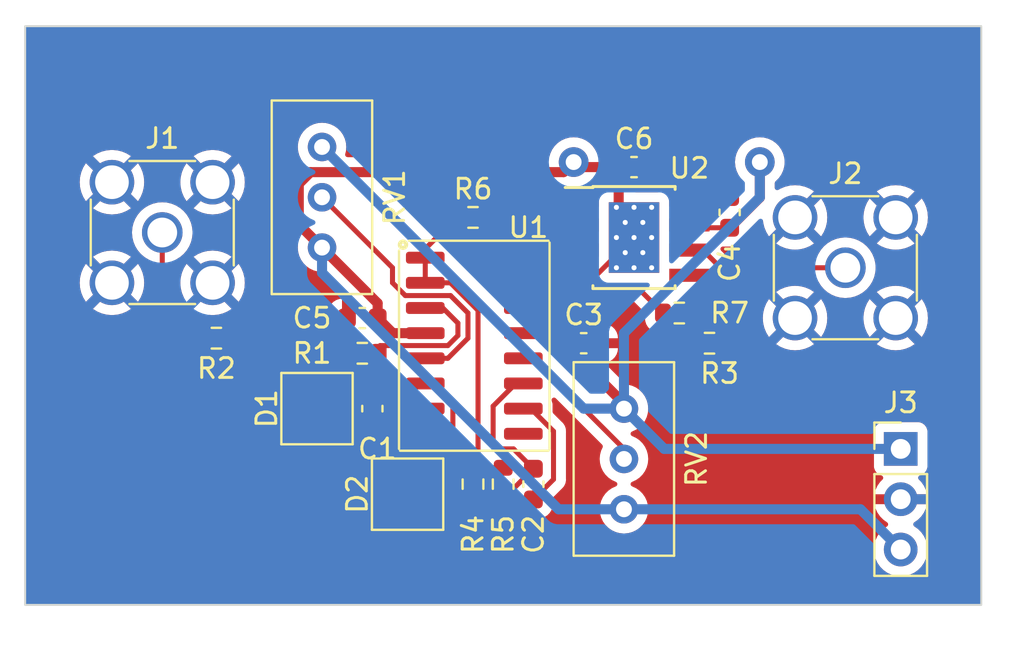
<source format=kicad_pcb>
(kicad_pcb (version 20221018) (generator pcbnew)
  (layers (0 "F.Cu" signal) (31 "B.Cu" signal) (34 "B.Paste" user) (35 "F.Paste" user) (36 "B.SilkS" user "B.Silkscreen") (37 "F.SilkS" user "F.Silkscreen") (38 "B.Mask" user) (39 "F.Mask" user) (44 "Edge.Cuts" user))
  (net 0 "")
  (net 1 "VIN")
  (net 2 "GND")
  (net 3 "Net-(J2-In)")
  (net 4 "Net-(U1A--)")
  (net 5 "Net-(U1D--)")
  (net 6 "VOUT")
  (net 7 "-12V")
  (net 8 "VCLAMPN")
  (net 9 "+12V")
  (net 10 "VCLAMPP")
  (net 13 "Net-(U1B--)")
  (net 14 "Net-(C1-Pad2)")
  (net 15 "Net-(U1C--)")
  (net 16 "Net-(C2-Pad2)")
  (net 17 "Net-(U1A-+)")
  (net 18 "Net-(U2-IN)")
  (footprint "Capacitor_SMD:C_0603_1608Metric" (layer "F.Cu") (at 42.164 29.972)
    (fp_text reference "C3" (at 0 -1.43) (layer "F.SilkS"))
    (fp_text value "10n")
    (fp_line (start -0.14058 -0.51) (end 0.14058 -0.51) (stroke (width 0.12)) (layer "F.SilkS"))
    (fp_line (start -0.14058 0.51) (end 0.14058 0.51) (stroke (width 0.12)) (layer "F.SilkS"))
    (pad "1" smd roundrect (at -0.775 0) (size 0.9 0.95) (layers "F.Cu" "F.Paste" "F.Mask") (net 9 "+12V"))
    (pad "2" smd roundrect (at 0.775 0) (size 0.9 0.95) (layers "F.Cu" "F.Paste" "F.Mask") (net 2 "GND"))
  )
  (footprint "Resistor_SMD:R_0603_1608Metric" (layer "F.Cu") (at 23.622 29.718)
    (fp_text reference "R2" (at 0 1.524) (layer "F.SilkS"))
    (fp_text value "50")
    (fp_line (start -0.237258 -0.5225) (end 0.237258 -0.5225) (stroke (width 0.12)) (layer "F.SilkS"))
    (fp_line (start -0.237258 0.5225) (end 0.237258 0.5225) (stroke (width 0.12)) (layer "F.SilkS"))
    (pad "1" smd roundrect (at -0.825 0) (size 0.8 0.95) (layers "F.Cu" "F.Paste" "F.Mask") (net 1 "VIN"))
    (pad "2" smd roundrect (at 0.825 0) (size 0.8 0.95) (layers "F.Cu" "F.Paste" "F.Mask") (net 2 "GND"))
  )
  (footprint "Potentiometer_THT:Potentiometer_Bourns_3296W_Vertical" (layer "F.Cu") (at 28.956 25.146 -90)
    (fp_text reference "RV1" (at -2.54 -3.66 90) (layer "F.SilkS"))
    (fp_text value "PV36W103C01B00")
    (fp_line (start -7.425 -2.53) (end -7.425 2.54) (stroke (width 0.12)) (layer "F.SilkS"))
    (fp_line (start -7.425 -2.53) (end 2.345 -2.53) (stroke (width 0.12)) (layer "F.SilkS"))
    (fp_line (start -7.425 2.54) (end 2.345 2.54) (stroke (width 0.12)) (layer "F.SilkS"))
    (fp_line (start 2.345 -2.53) (end 2.345 2.54) (stroke (width 0.12)) (layer "F.SilkS"))
    (pad "1" thru_hole circle (at 0 0 270) (size 1.44 1.44) (drill 0.8) (layers "*.Cu" "*.Mask") (net 7 "-12V"))
    (pad "2" thru_hole circle (at -2.54 0 270) (size 1.44 1.44) (drill 0.8) (layers "*.Cu" "*.Mask") (net 8 "VCLAMPN"))
    (pad "3" thru_hole circle (at -5.08 0 270) (size 1.44 1.44) (drill 0.8) (layers "*.Cu" "*.Mask") (net 9 "+12V"))
  )
  (footprint "Potentiometer_THT:Potentiometer_Bourns_3296W_Vertical" (layer "F.Cu") (at 44.196 38.354 -90)
    (fp_text reference "RV2" (at -2.54 -3.66 90) (layer "F.SilkS"))
    (fp_text value "PV36W103C01B00")
    (fp_line (start -7.425 -2.53) (end -7.425 2.54) (stroke (width 0.12)) (layer "F.SilkS"))
    (fp_line (start -7.425 -2.53) (end 2.345 -2.53) (stroke (width 0.12)) (layer "F.SilkS"))
    (fp_line (start -7.425 2.54) (end 2.345 2.54) (stroke (width 0.12)) (layer "F.SilkS"))
    (fp_line (start 2.345 -2.53) (end 2.345 2.54) (stroke (width 0.12)) (layer "F.SilkS"))
    (pad "1" thru_hole circle (at 0 0 270) (size 1.44 1.44) (drill 0.8) (layers "*.Cu" "*.Mask") (net 7 "-12V"))
    (pad "2" thru_hole circle (at -2.54 0 270) (size 1.44 1.44) (drill 0.8) (layers "*.Cu" "*.Mask") (net 10 "VCLAMPP"))
    (pad "3" thru_hole circle (at -5.08 0 270) (size 1.44 1.44) (drill 0.8) (layers "*.Cu" "*.Mask") (net 9 "+12V"))
  )
  (footprint "Capacitor_SMD:C_0603_1608Metric" (layer "F.Cu") (at 30.988 28.702 180)
    (fp_text reference "C5" (at 2.54 0) (layer "F.SilkS"))
    (fp_text value "10n")
    (fp_line (start -0.14058 -0.51) (end 0.14058 -0.51) (stroke (width 0.12)) (layer "F.SilkS"))
    (fp_line (start -0.14058 0.51) (end 0.14058 0.51) (stroke (width 0.12)) (layer "F.SilkS"))
    (pad "1" smd roundrect (at -0.775 0 180) (size 0.9 0.95) (layers "F.Cu" "F.Paste" "F.Mask") (net 7 "-12V"))
    (pad "2" smd roundrect (at 0.775 0 180) (size 0.9 0.95) (layers "F.Cu" "F.Paste" "F.Mask") (net 2 "GND"))
  )
  (footprint "Capacitor_SMD:C_0603_1608Metric" (layer "F.Cu") (at 49.53 23.368 90)
    (fp_text reference "C4" (at -2.54 0 90) (layer "F.SilkS"))
    (fp_text value "10n")
    (fp_line (start -0.14058 -0.51) (end 0.14058 -0.51) (stroke (width 0.12)) (layer "F.SilkS"))
    (fp_line (start -0.14058 0.51) (end 0.14058 0.51) (stroke (width 0.12)) (layer "F.SilkS"))
    (pad "1" smd roundrect (at -0.775 0 90) (size 0.9 0.95) (layers "F.Cu" "F.Paste" "F.Mask") (net 9 "+12V"))
    (pad "2" smd roundrect (at 0.775 0 90) (size 0.9 0.95) (layers "F.Cu" "F.Paste" "F.Mask") (net 2 "GND"))
  )
  (footprint "Capacitor_SMD:C_0603_1608Metric" (layer "F.Cu") (at 31.496 33.274 -90)
    (fp_text reference "C1" (at 2.032 -0.254 -180) (layer "F.SilkS"))
    (fp_text value "6p")
    (fp_line (start -0.14058 -0.51) (end 0.14058 -0.51) (stroke (width 0.12)) (layer "F.SilkS"))
    (fp_line (start -0.14058 0.51) (end 0.14058 0.51) (stroke (width 0.12)) (layer "F.SilkS"))
    (pad "1" smd roundrect (at -0.775 0 270) (size 0.9 0.95) (layers "F.Cu" "F.Paste" "F.Mask") (net 13 "Net-(U1B--)"))
    (pad "2" smd roundrect (at 0.775 0 270) (size 0.9 0.95) (layers "F.Cu" "F.Paste" "F.Mask") (net 14 "Net-(C1-Pad2)"))
  )
  (footprint "Connector_PinHeader_2.54mm:PinHeader_1x03_P2.54mm_Vertical" (layer "F.Cu") (at 58.166 35.306)
    (fp_text reference "J3" (at 0 -2.33) (layer "F.SilkS"))
    (fp_text value "Conn_01x03_Pin")
    (fp_line (start -1.33 -1.33) (end 0 -1.33) (stroke (width 0.12)) (layer "F.SilkS"))
    (fp_line (start -1.33 0) (end -1.33 -1.33) (stroke (width 0.12)) (layer "F.SilkS"))
    (fp_line (start -1.33 1.27) (end -1.33 6.41) (stroke (width 0.12)) (layer "F.SilkS"))
    (fp_line (start -1.33 1.27) (end 1.33 1.27) (stroke (width 0.12)) (layer "F.SilkS"))
    (fp_line (start -1.33 6.41) (end 1.33 6.41) (stroke (width 0.12)) (layer "F.SilkS"))
    (fp_line (start 1.33 1.27) (end 1.33 6.41) (stroke (width 0.12)) (layer "F.SilkS"))
    (pad "1" thru_hole rect (at 0 0) (size 1.7 1.7) (drill 1) (layers "*.Cu" "*.Mask") (net 9 "+12V"))
    (pad "2" thru_hole oval (at 0 2.54) (size 1.7 1.7) (drill 1) (layers "*.Cu" "*.Mask") (net 2 "GND"))
    (pad "3" thru_hole oval (at 0 5.08) (size 1.7 1.7) (drill 1) (layers "*.Cu" "*.Mask") (net 7 "-12V"))
  )
  (footprint "Package_TO_SOT_SMD_AKL:SOT-23" (layer "F.Cu") (at 28.702 33.274 -90)
    (fp_text reference "D1" (at 0 2.54 90) (layer "F.SilkS"))
    (fp_text value "SDM40E20LS" hide)
    (fp_line (start -1.8 -1.8) (end -1.8 1.8) (stroke (width 0.12)) (layer "F.SilkS"))
    (fp_line (start -1.8 1.8) (end 1.8 1.8) (stroke (width 0.12)) (layer "F.SilkS"))
    (fp_line (start 1.8 -1.8) (end -1.8 -1.8) (stroke (width 0.12)) (layer "F.SilkS"))
    (fp_line (start 1.8 1.8) (end 1.8 -1.8) (stroke (width 0.12)) (layer "F.SilkS"))
    (pad "1" smd roundrect (at -1 -0.95 270) (size 0.9 0.8) (layers "F.Cu" "F.Paste" "F.Mask") (net 13 "Net-(U1B--)"))
    (pad "2" smd roundrect (at -1 0.95 270) (size 0.9 0.8) (layers "F.Cu" "F.Paste" "F.Mask") (net 17 "Net-(U1A-+)"))
    (pad "3" smd roundrect (at 1 0 270) (size 0.9 0.8) (layers "F.Cu" "F.Paste" "F.Mask") (net 14 "Net-(C1-Pad2)"))
  )
  (footprint "ProjectLib:TI_SO-PowerPAD-8_ThermalVias" (layer "F.Cu") (at 44.704 24.638)
    (fp_text reference "U2" (at 2.794 -3.5) (layer "F.SilkS"))
    (fp_text value "BUF634A")
    (fp_line (start -2.075 -2.575) (end -2.075 -2.525) (stroke (width 0.15)) (layer "F.SilkS"))
    (fp_line (start -2.075 -2.575) (end 2.075 -2.575) (stroke (width 0.15)) (layer "F.SilkS"))
    (fp_line (start -2.075 -2.525) (end -3.475 -2.525) (stroke (width 0.15)) (layer "F.SilkS"))
    (fp_line (start -2.075 2.575) (end -2.075 2.43) (stroke (width 0.15)) (layer "F.SilkS"))
    (fp_line (start -2.075 2.575) (end 2.075 2.575) (stroke (width 0.15)) (layer "F.SilkS"))
    (fp_line (start 2.075 -2.575) (end 2.075 -2.43) (stroke (width 0.15)) (layer "F.SilkS"))
    (fp_line (start 2.075 2.575) (end 2.075 2.43) (stroke (width 0.15)) (layer "F.SilkS"))
    (pad "1" smd rect (at -2.794 -1.905) (size 2.032 0.6604) (layers "F.Cu" "F.Paste" "F.Mask"))
    (pad "2" smd rect (at -2.794 -0.635) (size 2.032 0.6604) (layers "F.Cu" "F.Paste" "F.Mask"))
    (pad "3" smd rect (at -2.794 0.635) (size 2.032 0.6604) (layers "F.Cu" "F.Paste" "F.Mask") (net 18 "Net-(U2-IN)"))
    (pad "4" smd rect (at -2.794 1.905) (size 2.032 0.6604) (layers "F.Cu" "F.Paste" "F.Mask") (net 7 "-12V"))
    (pad "5" smd rect (at 2.794 1.905) (size 2.032 0.6604) (layers "F.Cu" "F.Paste" "F.Mask"))
    (pad "6" smd rect (at 2.794 0.635) (size 2.032 0.6604) (layers "F.Cu" "F.Paste" "F.Mask") (net 6 "VOUT"))
    (pad "7" smd rect (at 2.794 -0.635) (size 2.032 0.6604) (layers "F.Cu" "F.Paste" "F.Mask") (net 9 "+12V"))
    (pad "8" smd rect (at 2.794 -1.905) (size 2.032 0.6604) (layers "F.Cu" "F.Paste" "F.Mask"))
    (pad "9" thru_hole circle (at -0.889 -1.524) (size 0.3556 0.3556) (drill 0.254) (layers "*.Cu" "*.Mask") (net 7 "-12V"))
    (pad "9" thru_hole circle (at -0.889 0) (size 0.3556 0.3556) (drill 0.254) (layers "*.Cu" "*.Mask") (net 7 "-12V"))
    (pad "9" thru_hole circle (at -0.889 1.524) (size 0.3556 0.3556) (drill 0.254) (layers "*.Cu" "*.Mask") (net 7 "-12V"))
    (pad "9" thru_hole circle (at -0.4445 -0.762) (size 0.3556 0.3556) (drill 0.254) (layers "*.Cu" "*.Mask") (net 7 "-12V"))
    (pad "9" thru_hole circle (at -0.4445 0.762) (size 0.3556 0.3556) (drill 0.254) (layers "*.Cu" "*.Mask") (net 7 "-12V"))
    (pad "9" thru_hole circle (at 0 -1.524) (size 0.3556 0.3556) (drill 0.254) (layers "*.Cu" "*.Mask") (net 7 "-12V"))
    (pad "9" thru_hole circle (at 0 0) (size 0.3556 0.3556) (drill 0.254) (layers "*.Cu" "*.Mask") (net 7 "-12V"))
    (pad "9" smd rect (at 0 0) (size 2.54 3.556) (layers "F.Cu") (net 7 "-12V"))
    (pad "9" smd rect (at 0 0) (size 2.54 3.556) (layers "F.Cu" "F.Paste" "F.Mask") (net 7 "-12V"))
    (pad "9" smd rect (at 0 0) (size 2.54 3.556) (layers "B.Cu") (net 7 "-12V"))
    (pad "9" thru_hole circle (at 0 1.524) (size 0.3556 0.3556) (drill 0.254) (layers "*.Cu" "*.Mask") (net 7 "-12V"))
    (pad "9" thru_hole circle (at 0.4445 -0.762) (size 0.3556 0.3556) (drill 0.254) (layers "*.Cu" "*.Mask") (net 7 "-12V"))
    (pad "9" thru_hole circle (at 0.4445 0.762) (size 0.3556 0.3556) (drill 0.254) (layers "*.Cu" "*.Mask") (net 7 "-12V"))
    (pad "9" thru_hole circle (at 0.889 -1.524) (size 0.3556 0.3556) (drill 0.254) (layers "*.Cu" "*.Mask") (net 7 "-12V"))
    (pad "9" thru_hole circle (at 0.889 0) (size 0.3556 0.3556) (drill 0.254) (layers "*.Cu" "*.Mask") (net 7 "-12V"))
    (pad "9" thru_hole circle (at 0.889 1.524) (size 0.3556 0.3556) (drill 0.254) (layers "*.Cu" "*.Mask") (net 7 "-12V"))
  )
  (footprint "Capacitor_SMD:C_0603_1608Metric" (layer "F.Cu") (at 44.704 21.082)
    (fp_text reference "C6" (at 0 -1.43) (layer "F.SilkS"))
    (fp_text value "10n")
    (fp_line (start -0.14058 -0.51) (end 0.14058 -0.51) (stroke (width 0.12)) (layer "F.SilkS"))
    (fp_line (start -0.14058 0.51) (end 0.14058 0.51) (stroke (width 0.12)) (layer "F.SilkS"))
    (pad "1" smd roundrect (at -0.775 0) (size 0.9 0.95) (layers "F.Cu" "F.Paste" "F.Mask") (net 7 "-12V"))
    (pad "2" smd roundrect (at 0.775 0) (size 0.9 0.95) (layers "F.Cu" "F.Paste" "F.Mask") (net 2 "GND"))
  )
  (footprint "Connector_Coaxial:SMA_Amphenol_132291_Vertical" (layer "F.Cu") (at 20.891 24.384)
    (fp_text reference "J1" (at 0 -4.75) (layer "F.SilkS"))
    (fp_text value "Conn_Coaxial")
    (fp_line (start -3.61 -1.66) (end -3.61 1.66) (stroke (width 0.12)) (layer "F.SilkS"))
    (fp_line (start -1.66 -3.61) (end 1.66 -3.61) (stroke (width 0.12)) (layer "F.SilkS"))
    (fp_line (start -1.66 3.61) (end 1.66 3.61) (stroke (width 0.12)) (layer "F.SilkS"))
    (fp_line (start 3.61 -1.66) (end 3.61 1.66) (stroke (width 0.12)) (layer "F.SilkS"))
    (pad "1" thru_hole circle (at 0 0) (size 2.05 2.05) (drill 1.5) (layers "*.Cu" "*.Mask") (net 1 "VIN"))
    (pad "2" thru_hole circle (at -2.54 -2.54) (size 2.25 2.25) (drill 1.7) (layers "*.Cu" "*.Mask") (net 2 "GND"))
    (pad "2" thru_hole circle (at -2.54 2.54) (size 2.25 2.25) (drill 1.7) (layers "*.Cu" "*.Mask") (net 2 "GND"))
    (pad "2" thru_hole circle (at 2.54 -2.54) (size 2.25 2.25) (drill 1.7) (layers "*.Cu" "*.Mask") (net 2 "GND"))
    (pad "2" thru_hole circle (at 2.54 2.54) (size 2.25 2.25) (drill 1.7) (layers "*.Cu" "*.Mask") (net 2 "GND"))
  )
  (footprint "Resistor_SMD:R_0603_1608Metric" (layer "F.Cu") (at 36.576 23.622)
    (fp_text reference "R6" (at 0 -1.43) (layer "F.SilkS"))
    (fp_text value "10k")
    (fp_line (start -0.237258 -0.5225) (end 0.237258 -0.5225) (stroke (width 0.12)) (layer "F.SilkS"))
    (fp_line (start -0.237258 0.5225) (end 0.237258 0.5225) (stroke (width 0.12)) (layer "F.SilkS"))
    (pad "1" smd roundrect (at -0.825 0) (size 0.8 0.95) (layers "F.Cu" "F.Paste" "F.Mask") (net 4 "Net-(U1A--)"))
    (pad "2" smd roundrect (at 0.825 0) (size 0.8 0.95) (layers "F.Cu" "F.Paste" "F.Mask") (net 5 "Net-(U1D--)"))
  )
  (footprint "Resistor_SMD:R_0603_1608Metric" (layer "F.Cu") (at 38.1 37.084 90)
    (fp_text reference "R5" (at -2.54 0 90) (layer "F.SilkS"))
    (fp_text value "1k")
    (fp_line (start -0.237258 -0.5225) (end 0.237258 -0.5225) (stroke (width 0.12)) (layer "F.SilkS"))
    (fp_line (start -0.237258 0.5225) (end 0.237258 0.5225) (stroke (width 0.12)) (layer "F.SilkS"))
    (pad "1" smd roundrect (at -0.825 0 90) (size 0.8 0.95) (layers "F.Cu" "F.Paste" "F.Mask") (net 15 "Net-(U1C--)"))
    (pad "2" smd roundrect (at 0.825 0 90) (size 0.8 0.95) (layers "F.Cu" "F.Paste" "F.Mask") (net 4 "Net-(U1A--)"))
  )
  (footprint "Resistor_SMD:R_0603_1608Metric" (layer "F.Cu") (at 30.988 30.48)
    (fp_text reference "R1" (at -2.54 0) (layer "F.SilkS"))
    (fp_text value "10k")
    (fp_line (start -0.237258 -0.5225) (end 0.237258 -0.5225) (stroke (width 0.12)) (layer "F.SilkS"))
    (fp_line (start -0.237258 0.5225) (end 0.237258 0.5225) (stroke (width 0.12)) (layer "F.SilkS"))
    (pad "1" smd roundrect (at -0.825 0) (size 0.8 0.95) (layers "F.Cu" "F.Paste" "F.Mask") (net 1 "VIN"))
    (pad "2" smd roundrect (at 0.825 0) (size 0.8 0.95) (layers "F.Cu" "F.Paste" "F.Mask") (net 17 "Net-(U1A-+)"))
  )
  (footprint "Connector_Coaxial:SMA_Amphenol_132291_Vertical" (layer "F.Cu") (at 55.372 26.162)
    (fp_text reference "J2" (at 0 -4.75) (layer "F.SilkS"))
    (fp_text value "Conn_Coaxial")
    (fp_line (start -3.61 -1.66) (end -3.61 1.66) (stroke (width 0.12)) (layer "F.SilkS"))
    (fp_line (start -1.66 -3.61) (end 1.66 -3.61) (stroke (width 0.12)) (layer "F.SilkS"))
    (fp_line (start -1.66 3.61) (end 1.66 3.61) (stroke (width 0.12)) (layer "F.SilkS"))
    (fp_line (start 3.61 -1.66) (end 3.61 1.66) (stroke (width 0.12)) (layer "F.SilkS"))
    (pad "1" thru_hole circle (at 0 0) (size 2.05 2.05) (drill 1.5) (layers "*.Cu" "*.Mask") (net 3 "Net-(J2-In)"))
    (pad "2" thru_hole circle (at -2.54 -2.54) (size 2.25 2.25) (drill 1.7) (layers "*.Cu" "*.Mask") (net 2 "GND"))
    (pad "2" thru_hole circle (at -2.54 2.54) (size 2.25 2.25) (drill 1.7) (layers "*.Cu" "*.Mask") (net 2 "GND"))
    (pad "2" thru_hole circle (at 2.54 -2.54) (size 2.25 2.25) (drill 1.7) (layers "*.Cu" "*.Mask") (net 2 "GND"))
    (pad "2" thru_hole circle (at 2.54 2.54) (size 2.25 2.25) (drill 1.7) (layers "*.Cu" "*.Mask") (net 2 "GND"))
  )
  (footprint "Package_SO_AKL:SOIC-16_3.9x9.9mm_P1.27mm" (layer "F.Cu") (at 36.641 30.099)
    (fp_text reference "U1" (at 2.729 -5.969) (layer "F.SilkS"))
    (fp_text value "LT1365CS" hide)
    (fp_line (start -3.8 -4.8) (end -3.8 5.207) (stroke (width 0.12)) (layer "F.SilkS"))
    (fp_line (start -3.7465 5.3) (end 3.7465 5.3) (stroke (width 0.12)) (layer "F.SilkS"))
    (fp_line (start 3.7465 -5.3) (end -3.3 -5.3) (stroke (width 0.12)) (layer "F.SilkS"))
    (fp_line (start 3.8 5.207) (end 3.8 -5.207) (stroke (width 0.12)) (layer "F.SilkS"))
    (fp_circle (center -3.6 -5.1) (end -3.5365 -5.1) (stroke (width 0.2)) (fill none) (layer "F.SilkS"))
    (pad "1" smd roundrect (at -2.475 -4.445) (size 1.95 0.6) (layers "F.Cu" "F.Paste" "F.Mask") (net 4 "Net-(U1A--)"))
    (pad "2" smd roundrect (at -2.475 -3.175) (size 1.95 0.6) (layers "F.Cu" "F.Paste" "F.Mask") (net 4 "Net-(U1A--)"))
    (pad "3" smd roundrect (at -2.475 -1.905) (size 1.95 0.6) (layers "F.Cu" "F.Paste" "F.Mask") (net 17 "Net-(U1A-+)"))
    (pad "4" smd roundrect (at -2.475 -0.635) (size 1.95 0.6) (layers "F.Cu" "F.Paste" "F.Mask") (net 7 "-12V"))
    (pad "5" smd roundrect (at -2.475 0.635) (size 1.95 0.6) (layers "F.Cu" "F.Paste" "F.Mask") (net 8 "VCLAMPN"))
    (pad "6" smd roundrect (at -2.475 1.905) (size 1.95 0.6) (layers "F.Cu" "F.Paste" "F.Mask") (net 13 "Net-(U1B--)"))
    (pad "7" smd roundrect (at -2.475 3.175) (size 1.95 0.6) (layers "F.Cu" "F.Paste" "F.Mask") (net 14 "Net-(C1-Pad2)"))
    (pad "8" smd roundrect (at -2.475 4.445) (size 1.95 0.6) (layers "F.Cu" "F.Paste" "F.Mask"))
    (pad "9" smd roundrect (at 2.475 4.445) (size 1.95 0.6) (layers "F.Cu" "F.Paste" "F.Mask"))
    (pad "10" smd roundrect (at 2.475 3.175) (size 1.95 0.6) (layers "F.Cu" "F.Paste" "F.Mask") (net 16 "Net-(C2-Pad2)"))
    (pad "11" smd roundrect (at 2.475 1.905) (size 1.95 0.6) (layers "F.Cu" "F.Paste" "F.Mask") (net 15 "Net-(U1C--)"))
    (pad "12" smd roundrect (at 2.475 0.635) (size 1.95 0.6) (layers "F.Cu" "F.Paste" "F.Mask") (net 10 "VCLAMPP"))
    (pad "13" smd roundrect (at 2.475 -0.635) (size 1.95 0.6) (layers "F.Cu" "F.Paste" "F.Mask") (net 9 "+12V"))
    (pad "14" smd roundrect (at 2.475 -1.905) (size 1.95 0.6) (layers "F.Cu" "F.Paste" "F.Mask") (net 2 "GND"))
    (pad "15" smd roundrect (at 2.475 -3.175) (size 1.95 0.6) (layers "F.Cu" "F.Paste" "F.Mask") (net 5 "Net-(U1D--)"))
    (pad "16" smd roundrect (at 2.475 -4.445) (size 1.95 0.6) (layers "F.Cu" "F.Paste" "F.Mask") (net 18 "Net-(U2-IN)"))
  )
  (footprint "Package_TO_SOT_SMD_AKL:SOT-23" (layer "F.Cu") (at 33.274 37.592 -90)
    (fp_text reference "D2" (at 0 2.54 90) (layer "F.SilkS"))
    (fp_text value "SDM40E20LS" hide)
    (fp_line (start -1.8 -1.8) (end -1.8 1.8) (stroke (width 0.12)) (layer "F.SilkS"))
    (fp_line (start -1.8 1.8) (end 1.8 1.8) (stroke (width 0.12)) (layer "F.SilkS"))
    (fp_line (start 1.8 -1.8) (end -1.8 -1.8) (stroke (width 0.12)) (layer "F.SilkS"))
    (fp_line (start 1.8 1.8) (end 1.8 -1.8) (stroke (width 0.12)) (layer "F.SilkS"))
    (pad "1" smd roundrect (at -1 -0.95 270) (size 0.9 0.8) (layers "F.Cu" "F.Paste" "F.Mask") (net 17 "Net-(U1A-+)"))
    (pad "2" smd roundrect (at -1 0.95 270) (size 0.9 0.8) (layers "F.Cu" "F.Paste" "F.Mask") (net 15 "Net-(U1C--)"))
    (pad "3" smd roundrect (at 1 0 270) (size 0.9 0.8) (layers "F.Cu" "F.Paste" "F.Mask") (net 16 "Net-(C2-Pad2)"))
  )
  (footprint "Resistor_SMD:R_0603_1608Metric" (layer "F.Cu") (at 48.514 29.972)
    (fp_text reference "R3" (at 0.508 1.524) (layer "F.SilkS"))
    (fp_text value "50")
    (fp_line (start -0.237258 -0.5225) (end 0.237258 -0.5225) (stroke (width 0.12)) (layer "F.SilkS"))
    (fp_line (start -0.237258 0.5225) (end 0.237258 0.5225) (stroke (width 0.12)) (layer "F.SilkS"))
    (pad "1" smd roundrect (at -0.825 0) (size 0.8 0.95) (layers "F.Cu" "F.Paste" "F.Mask") (net 6 "VOUT"))
    (pad "2" smd roundrect (at 0.825 0) (size 0.8 0.95) (layers "F.Cu" "F.Paste" "F.Mask") (net 3 "Net-(J2-In)"))
  )
  (footprint "Resistor_SMD:R_0603_1608Metric" (layer "F.Cu") (at 36.576 37.084 90)
    (fp_text reference "R4" (at -2.54 0 90) (layer "F.SilkS"))
    (fp_text value "1k")
    (fp_line (start -0.237258 -0.5225) (end 0.237258 -0.5225) (stroke (width 0.12)) (layer "F.SilkS"))
    (fp_line (start -0.237258 0.5225) (end 0.237258 0.5225) (stroke (width 0.12)) (layer "F.SilkS"))
    (pad "1" smd roundrect (at -0.825 0 90) (size 0.8 0.95) (layers "F.Cu" "F.Paste" "F.Mask") (net 13 "Net-(U1B--)"))
    (pad "2" smd roundrect (at 0.825 0 90) (size 0.8 0.95) (layers "F.Cu" "F.Paste" "F.Mask") (net 4 "Net-(U1A--)"))
  )
  (footprint "Capacitor_SMD:C_0603_1608Metric" (layer "F.Cu") (at 39.624 37.084 -90)
    (fp_text reference "C2" (at 2.54 0 90) (layer "F.SilkS"))
    (fp_text value "6p")
    (fp_line (start -0.14058 -0.51) (end 0.14058 -0.51) (stroke (width 0.12)) (layer "F.SilkS"))
    (fp_line (start -0.14058 0.51) (end 0.14058 0.51) (stroke (width 0.12)) (layer "F.SilkS"))
    (pad "1" smd roundrect (at -0.775 0 270) (size 0.9 0.95) (layers "F.Cu" "F.Paste" "F.Mask") (net 15 "Net-(U1C--)"))
    (pad "2" smd roundrect (at 0.775 0 270) (size 0.9 0.95) (layers "F.Cu" "F.Paste" "F.Mask") (net 16 "Net-(C2-Pad2)"))
  )
  (footprint "Resistor_SMD:R_0603_1608Metric" (layer "F.Cu") (at 46.99 28.448)
    (fp_text reference "R7" (at 2.54 0) (layer "F.SilkS"))
    (fp_text value "10k")
    (fp_line (start -0.237258 -0.5225) (end 0.237258 -0.5225) (stroke (width 0.12)) (layer "F.SilkS"))
    (fp_line (start -0.237258 0.5225) (end 0.237258 0.5225) (stroke (width 0.12)) (layer "F.SilkS"))
    (pad "1" smd roundrect (at -0.825 0) (size 0.8 0.95) (layers "F.Cu" "F.Paste" "F.Mask") (net 5 "Net-(U1D--)"))
    (pad "2" smd roundrect (at 0.825 0) (size 0.8 0.95) (layers "F.Cu" "F.Paste" "F.Mask") (net 6 "VOUT"))
  )
  (gr_rect (start 13.97 13.97) (end 62.23 43.18) (stroke (width 0.1)) (fill none) (layer "Edge.Cuts"))
  (segment (start 20.891 27.812) (end 20.891 24.384) (width 0.254) (layer "F.Cu") (net 1))
  (segment (start 30.123 30.52) (end 30.163 30.48) (width 0.254) (layer "F.Cu") (net 1))
  (segment (start 22.797 29.718) (end 23.599 30.52) (width 0.254) (layer "F.Cu") (net 1))
  (segment (start 23.599 30.52) (end 30.123 30.52) (width 0.254) (layer "F.Cu") (net 1))
  (segment (start 22.797 29.718) (end 20.891 27.812) (width 0.254) (layer "F.Cu") (net 1))
  (segment (start 55.372 26.162) (end 51.308 26.162) (width 0.254) (layer "F.Cu") (net 3))
  (segment (start 49.339 28.131) (end 49.339 29.972) (width 0.254) (layer "F.Cu") (net 3))
  (segment (start 51.308 26.162) (end 49.339 28.131) (width 0.254) (layer "F.Cu") (net 3))
  (segment (start 36.83 28.313948) (end 35.440052 26.924) (width 0.254) (layer "F.Cu") (net 4))
  (segment (start 34.166 25.207) (end 34.166 25.654) (width 0.254) (layer "F.Cu") (net 4))
  (segment (start 36.576 36.259) (end 36.83 36.005) (width 0.254) (layer "F.Cu") (net 4))
  (segment (start 36.576 36.259) (end 38.1 36.259) (width 0.254) (layer "F.Cu") (net 4))
  (segment (start 35.751 23.622) (end 34.166 25.207) (width 0.254) (layer "F.Cu") (net 4))
  (segment (start 36.83 36.005) (end 36.83 28.313948) (width 0.254) (layer "F.Cu") (net 4))
  (segment (start 34.166 25.654) (end 34.166 26.924) (width 0.254) (layer "F.Cu") (net 4))
  (segment (start 35.440052 26.924) (end 34.166 26.924) (width 0.254) (layer "F.Cu") (net 4))
  (segment (start 37.401 25.58858) (end 37.401 23.622) (width 0.254) (layer "F.Cu") (net 5))
  (segment (start 44.9172 27.2002) (end 46.165 28.448) (width 0.254) (layer "F.Cu") (net 5))
  (segment (start 39.116 26.924) (end 38.73642 26.924) (width 0.254) (layer "F.Cu") (net 5))
  (segment (start 39.116 26.924) (end 39.3922 27.2002) (width 0.254) (layer "F.Cu") (net 5))
  (segment (start 39.3922 27.2002) (end 44.9172 27.2002) (width 0.254) (layer "F.Cu") (net 5))
  (segment (start 38.73642 26.924) (end 37.401 25.58858) (width 0.254) (layer "F.Cu") (net 5))
  (segment (start 47.815 28.448) (end 47.815 29.846) (width 0.254) (layer "F.Cu") (net 6))
  (segment (start 47.815 29.846) (end 47.689 29.972) (width 0.254) (layer "F.Cu") (net 6))
  (segment (start 47.815 28.448) (end 48.841 27.422) (width 0.254) (layer "F.Cu") (net 6))
  (segment (start 48.841 27.422) (end 48.841 25.9302) (width 0.254) (layer "F.Cu") (net 6))
  (segment (start 48.1838 25.273) (end 47.498 25.273) (width 0.254) (layer "F.Cu") (net 6))
  (segment (start 48.841 25.9302) (end 48.1838 25.273) (width 0.254) (layer "F.Cu") (net 6))
  (segment (start 32.525 29.464) (end 31.763 28.702) (width 0.508) (layer "F.Cu") (net 7))
  (segment (start 31.763 28.702) (end 31.763 27.953) (width 0.508) (layer "F.Cu") (net 7))
  (segment (start 27.782 23.972) (end 27.782 21.927713) (width 0.508) (layer "F.Cu") (net 7))
  (segment (start 43.929 23.863) (end 44.704 24.638) (width 0.508) (layer "F.Cu") (net 7))
  (segment (start 41.91 21.082) (end 41.656 20.828) (width 0.508) (layer "F.Cu") (net 7))
  (segment (start 27.782 21.927713) (end 28.373713 21.336) (width 0.508) (layer "F.Cu") (net 7))
  (segment (start 44.704 24.638) (end 42.799 26.543) (width 0.254) (layer "F.Cu") (net 7))
  (segment (start 28.373713 21.336) (end 41.148 21.336) (width 0.508) (layer "F.Cu") (net 7))
  (segment (start 42.799 26.543) (end 41.91 26.543) (width 0.254) (layer "F.Cu") (net 7))
  (segment (start 41.148 21.336) (end 41.656 20.828) (width 0.508) (layer "F.Cu") (net 7))
  (segment (start 28.956 25.146) (end 27.782 23.972) (width 0.508) (layer "F.Cu") (net 7))
  (segment (start 43.929 21.082) (end 43.929 23.863) (width 0.508) (layer "F.Cu") (net 7))
  (segment (start 34.166 29.464) (end 32.525 29.464) (width 0.508) (layer "F.Cu") (net 7))
  (segment (start 31.763 27.953) (end 28.956 25.146) (width 0.508) (layer "F.Cu") (net 7))
  (segment (start 43.929 21.082) (end 41.91 21.082) (width 0.508) (layer "F.Cu") (net 7))
  (via (at 41.656 20.828) (size 1.5) (drill 0.8) (layers "F.Cu" "B.Cu") (net 7))
  (segment (start 40.894 38.354) (end 44.196 38.354) (width 0.508) (layer "B.Cu") (net 7))
  (segment (start 58.166 40.386) (end 56.134 38.354) (width 0.508) (layer "B.Cu") (net 7))
  (segment (start 56.134 38.354) (end 44.196 38.354) (width 0.508) (layer "B.Cu") (net 7))
  (segment (start 28.956 26.416) (end 40.894 38.354) (width 0.508) (layer "B.Cu") (net 7))
  (segment (start 28.956 25.146) (end 28.956 26.416) (width 0.508) (layer "B.Cu") (net 7))
  (segment (start 34.166 30.734) (end 35.306 30.734) (width 0.254) (layer "F.Cu") (net 8))
  (segment (start 32.512 26.162) (end 28.956 22.606) (width 0.254) (layer "F.Cu") (net 8))
  (segment (start 33.15942 27.567) (end 32.512 26.91958) (width 0.254) (layer "F.Cu") (net 8))
  (segment (start 32.512 26.91958) (end 32.512 26.162) (width 0.254) (layer "F.Cu") (net 8))
  (segment (start 36.322 29.718) (end 36.322 28.448) (width 0.254) (layer "F.Cu") (net 8))
  (segment (start 35.441 27.567) (end 33.15942 27.567) (width 0.254) (layer "F.Cu") (net 8))
  (segment (start 35.306 30.734) (end 36.322 29.718) (width 0.254) (layer "F.Cu") (net 8))
  (segment (start 36.322 28.448) (end 35.441 27.567) (width 0.254) (layer "F.Cu") (net 8))
  (segment (start 44.196 33.02) (end 40.64 29.464) (width 0.508) (layer "F.Cu") (net 9))
  (segment (start 49.53 24.143) (end 47.638 24.143) (width 0.254) (layer "F.Cu") (net 9))
  (segment (start 44.196 33.274) (end 44.196 33.02) (width 0.508) (layer "F.Cu") (net 9))
  (segment (start 51.054 20.828) (end 51.054 22.619) (width 0.508) (layer "F.Cu") (net 9))
  (segment (start 47.638 24.143) (end 47.498 24.003) (width 0.254) (layer "F.Cu") (net 9))
  (segment (start 51.054 22.619) (end 49.53 24.143) (width 0.508) (layer "F.Cu") (net 9))
  (segment (start 40.64 29.464) (end 39.116 29.464) (width 0.508) (layer "F.Cu") (net 9))
  (via (at 51.054 20.828) (size 1.5) (drill 0.8) (layers "F.Cu" "B.Cu") (net 9))
  (segment (start 51.054 22.606) (end 51.054 20.828) (width 0.508) (layer "B.Cu") (net 9))
  (segment (start 42.164 33.274) (end 28.956 20.066) (width 0.508) (layer "B.Cu") (net 9))
  (segment (start 44.196 29.464) (end 51.054 22.606) (width 0.508) (layer "B.Cu") (net 9))
  (segment (start 46.228 35.306) (end 58.166 35.306) (width 0.508) (layer "B.Cu") (net 9))
  (segment (start 44.196 33.274) (end 42.164 33.274) (width 0.508) (layer "B.Cu") (net 9))
  (segment (start 44.196 33.274) (end 44.196 29.464) (width 0.508) (layer "B.Cu") (net 9))
  (segment (start 44.196 33.274) (end 46.228 35.306) (width 0.508) (layer "B.Cu") (net 9))
  (segment (start 44.196 35.814) (end 44.196 35.306) (width 0.254) (layer "F.Cu") (net 10))
  (segment (start 39.624 30.734) (end 39.116 30.734) (width 0.254) (layer "F.Cu") (net 10))
  (segment (start 44.196 35.306) (end 39.624 30.734) (width 0.254) (layer "F.Cu") (net 10))
  (segment (start 29.652 32.274) (end 31.271 32.274) (width 0.254) (layer "F.Cu") (net 13))
  (segment (start 35.56 36.893) (end 35.56 33.01842) (width 0.254) (layer "F.Cu") (net 13))
  (segment (start 34.166 32.004) (end 31.991 32.004) (width 0.254) (layer "F.Cu") (net 13))
  (segment (start 35.56 33.01842) (end 34.54558 32.004) (width 0.254) (layer "F.Cu") (net 13))
  (segment (start 36.576 37.909) (end 35.56 36.893) (width 0.254) (layer "F.Cu") (net 13))
  (segment (start 34.54558 32.004) (end 34.166 32.004) (width 0.254) (layer "F.Cu") (net 13))
  (segment (start 31.271 32.274) (end 31.496 32.499) (width 0.254) (layer "F.Cu") (net 13))
  (segment (start 31.991 32.004) (end 31.496 32.499) (width 0.254) (layer "F.Cu") (net 13))
  (segment (start 28.702 34.274) (end 31.271 34.274) (width 0.254) (layer "F.Cu") (net 14))
  (segment (start 31.271 34.274) (end 31.496 34.049) (width 0.254) (layer "F.Cu") (net 14))
  (segment (start 32.271 33.274) (end 34.166 33.274) (width 0.254) (layer "F.Cu") (net 14))
  (segment (start 31.496 34.049) (end 32.271 33.274) (width 0.254) (layer "F.Cu") (net 14))
  (segment (start 34.572 38.636) (end 32.528 36.592) (width 0.254) (layer "F.Cu") (net 15))
  (segment (start 37.373 38.636) (end 34.572 38.636) (width 0.254) (layer "F.Cu") (net 15))
  (segment (start 32.528 36.592) (end 32.324 36.592) (width 0.254) (layer "F.Cu") (net 15))
  (segment (start 38.621 35.306) (end 37.846 35.306) (width 0.254) (layer "F.Cu") (net 15))
  (segment (start 38.1 37.833) (end 39.624 36.309) (width 0.254) (layer "F.Cu") (net 15))
  (segment (start 38.73642 32.004) (end 39.116 32.004) (width 0.254) (layer "F.Cu") (net 15))
  (segment (start 37.592 33.14842) (end 38.73642 32.004) (width 0.254) (layer "F.Cu") (net 15))
  (segment (start 38.1 37.909) (end 37.373 38.636) (width 0.254) (layer "F.Cu") (net 15))
  (segment (start 37.592 35.052) (end 37.592 33.14842) (width 0.254) (layer "F.Cu") (net 15))
  (segment (start 39.624 36.309) (end 38.621 35.306) (width 0.254) (layer "F.Cu") (net 15))
  (segment (start 38.1 37.909) (end 38.1 37.833) (width 0.254) (layer "F.Cu") (net 15))
  (segment (start 37.846 35.306) (end 37.592 35.052) (width 0.254) (layer "F.Cu") (net 15))
  (segment (start 40.64 36.843) (end 40.64 34.41842) (width 0.254) (layer "F.Cu") (net 16))
  (segment (start 39.624 37.859) (end 38.113 39.37) (width 0.254) (layer "F.Cu") (net 16))
  (segment (start 34.052 39.37) (end 33.274 38.592) (width 0.254) (layer "F.Cu") (net 16))
  (segment (start 38.113 39.37) (end 34.052 39.37) (width 0.254) (layer "F.Cu") (net 16))
  (segment (start 40.64 34.41842) (end 39.49558 33.274) (width 0.254) (layer "F.Cu") (net 16))
  (segment (start 39.49558 33.274) (end 39.116 33.274) (width 0.254) (layer "F.Cu") (net 16))
  (segment (start 39.624 37.859) (end 40.64 36.843) (width 0.254) (layer "F.Cu") (net 16))
  (segment (start 34.224 36.592) (end 33.757 36.592) (width 0.254) (layer "F.Cu") (net 17))
  (segment (start 33.757 36.592) (end 32.471 35.306) (width 0.254) (layer "F.Cu") (net 17))
  (segment (start 35.306948 30.091) (end 35.814 29.583948) (width 0.254) (layer "F.Cu") (net 17))
  (segment (start 28.538709 35.306) (end 27.752 34.519291) (width 0.254) (layer "F.Cu") (net 17))
  (segment (start 35.814 29.583948) (end 35.814 28.956) (width 0.254) (layer "F.Cu") (net 17))
  (segment (start 31.011 31.282) (end 28.744 31.282) (width 0.254) (layer "F.Cu") (net 17))
  (segment (start 32.471 35.306) (end 28.538709 35.306) (width 0.254) (layer "F.Cu") (net 17))
  (segment (start 31.813 30.48) (end 31.011 31.282) (width 0.254) (layer "F.Cu") (net 17))
  (segment (start 31.88942 30.091) (end 35.306948 30.091) (width 0.254) (layer "F.Cu") (net 17))
  (segment (start 35.052 28.194) (end 34.166 28.194) (width 0.254) (layer "F.Cu") (net 17))
  (segment (start 31.813 30.48) (end 31.813 30.16742) (width 0.254) (layer "F.Cu") (net 17))
  (segment (start 35.814 28.956) (end 35.052 28.194) (width 0.254) (layer "F.Cu") (net 17))
  (segment (start 28.744 31.282) (end 27.752 32.274) (width 0.254) (layer "F.Cu") (net 17))
  (segment (start 31.813 30.16742) (end 31.88942 30.091) (width 0.254) (layer "F.Cu") (net 17))
  (segment (start 27.752 34.519291) (end 27.752 32.274) (width 0.254) (layer "F.Cu") (net 17))
  (segment (start 41.529 25.654) (end 39.116 25.654) (width 0.254) (layer "F.Cu") (net 18))
  (segment (start 41.91 25.273) (end 41.529 25.654) (width 0.254) (layer "F.Cu") (net 18))
  (zone (net 2) (net_name "GND") (layers "F&B.Cu") (connect_pads (clearance 0.5)) (min_thickness 0.25) (fill yes (thermal_gap 0.5) (thermal_bridge_width 0.5))
    (polygon (pts (xy 12.7 12.7) (xy 63.5 12.7) (xy 63.5 44.45) (xy 12.7 44.45)))
  )
)
</source>
